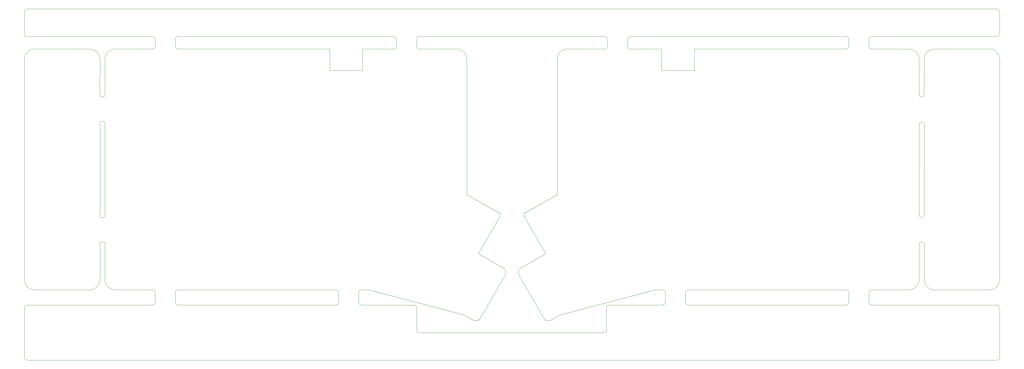
<source format=gm1>
G04 #@! TF.GenerationSoftware,KiCad,Pcbnew,(5.1.4-0-10_14)*
G04 #@! TF.CreationDate,2020-08-09T17:11:43-05:00*
G04 #@! TF.ProjectId,Dori_bottom_plate,446f7269-5f62-46f7-9474-6f6d5f706c61,rev?*
G04 #@! TF.SameCoordinates,Original*
G04 #@! TF.FileFunction,Profile,NP*
%FSLAX46Y46*%
G04 Gerber Fmt 4.6, Leading zero omitted, Abs format (unit mm)*
G04 Created by KiCad (PCBNEW (5.1.4-0-10_14)) date 2020-08-09 17:11:43*
%MOMM*%
%LPD*%
G04 APERTURE LIST*
%ADD10C,0.050000*%
G04 APERTURE END LIST*
D10*
X198040625Y-42862500D02*
X207962500Y-42862500D01*
X139700000Y-42862500D02*
X187721875Y-42860734D01*
X292496875Y-42862500D02*
X282575000Y-42862500D01*
X350837500Y-42862500D02*
X302815625Y-42862500D01*
X235143542Y-128208783D02*
G75*
G02X233108500Y-128651000I-1273043J954782D01*
G01*
X243141500Y-114300000D02*
X235143543Y-128208783D01*
X233108500Y-128651000D02*
X230187500Y-127000000D01*
X241490500Y-95758000D02*
X234794283Y-107306957D01*
X234887494Y-107721744D02*
G75*
G02X234794283Y-107306957I160788J253999D01*
G01*
X230981250Y-88900000D02*
X241109500Y-94615000D01*
X241490500Y-95758000D02*
G75*
G03X241109500Y-94615002I-761999J380999D01*
G01*
X242699283Y-112264958D02*
G75*
G02X243141500Y-114300000I-954782J-1273043D01*
G01*
X234887494Y-107721744D02*
X242699283Y-112264957D01*
X200025000Y-119060306D02*
X230187500Y-127000000D01*
X200025000Y-119060306D02*
X197643750Y-119062500D01*
X292496875Y-49609375D02*
X302815625Y-49609375D01*
X302815625Y-49609375D02*
X302815625Y-42862500D01*
X292496875Y-42862500D02*
X292496875Y-49609375D01*
X198040625Y-49609375D02*
X198040625Y-42862500D01*
X187721875Y-49609375D02*
X198040625Y-49609375D01*
X187721875Y-42860734D02*
X187721875Y-49609375D01*
X373856964Y-104648000D02*
G75*
G02X375443750Y-104648000I793393J0D01*
G01*
X375443036Y-95377000D02*
G75*
G02X373856250Y-95377000I-793393J0D01*
G01*
X373856964Y-66802000D02*
G75*
G02X375443750Y-66802000I793393J0D01*
G01*
X375443750Y-46037500D02*
G75*
G02X378618750Y-42862500I3175000J0D01*
G01*
X375443036Y-57277000D02*
G75*
G02X373856250Y-57277000I-793393J0D01*
G01*
X116679822Y-57261125D02*
G75*
G02X115093036Y-57261125I-793393J0D01*
G01*
X115094464Y-66421000D02*
G75*
G02X116681250Y-66421000I793393J0D01*
G01*
X116680536Y-95504000D02*
G75*
G02X115093750Y-95504000I-793393J0D01*
G01*
X115094107Y-104521000D02*
G75*
G02X116680893Y-104521000I793393J0D01*
G01*
X290512500Y-119060306D02*
X260350000Y-127000000D01*
X255650006Y-107721744D02*
X247838217Y-112264957D01*
X247838217Y-112264958D02*
G75*
G03X247396000Y-114300000I954782J-1273043D01*
G01*
X249047000Y-95758000D02*
G75*
G02X249428000Y-94615002I761999J380999D01*
G01*
X259556250Y-88900000D02*
X249428000Y-94615000D01*
X290512500Y-119060306D02*
X292893750Y-119062500D01*
X255650006Y-107721744D02*
G75*
G03X255743217Y-107306957I-160788J253999D01*
G01*
X249047000Y-95758000D02*
X255743217Y-107306957D01*
X257429000Y-128651000D02*
X260350000Y-127000000D01*
X247396000Y-114300000D02*
X255393957Y-128208783D01*
X255393958Y-128208783D02*
G75*
G03X257429000Y-128651000I1273043J954782D01*
G01*
X399256250Y-140493750D02*
G75*
G02X398462500Y-141287500I-793750J0D01*
G01*
X398462500Y-123825000D02*
G75*
G02X399256250Y-124618750I0J-793750D01*
G01*
X358775000Y-123825000D02*
G75*
G02X357981250Y-123031250I0J793750D01*
G01*
X357981250Y-119856250D02*
G75*
G02X358775000Y-119062500I793750J0D01*
G01*
X351631250Y-123031250D02*
G75*
G02X350837500Y-123825000I-793750J0D01*
G01*
X350837500Y-119062500D02*
G75*
G02X351631250Y-119856250I0J-793750D01*
G01*
X300831250Y-123825000D02*
G75*
G02X300037500Y-123031250I0J793750D01*
G01*
X300037500Y-119856250D02*
G75*
G02X300831250Y-119062500I793750J0D01*
G01*
X91281250Y-30956250D02*
G75*
G02X92075000Y-30162500I793750J0D01*
G01*
X91281250Y-38100000D02*
X91281250Y-30956250D01*
X398462500Y-30162500D02*
G75*
G02X399256250Y-30956250I0J-793750D01*
G01*
X399256250Y-38100000D02*
G75*
G02X398462500Y-38893750I-793750J0D01*
G01*
X351631250Y-42068750D02*
G75*
G02X350837500Y-42862500I-793750J0D01*
G01*
X350837500Y-38893750D02*
G75*
G02X351631250Y-39687500I0J-793750D01*
G01*
X282575000Y-42862500D02*
G75*
G02X281781250Y-42068750I0J793750D01*
G01*
X281781250Y-39687500D02*
G75*
G02X282575000Y-38893750I793750J0D01*
G01*
X259556250Y-46037500D02*
G75*
G02X262731250Y-42862500I3175000J0D01*
G01*
X275431250Y-42068750D02*
G75*
G02X274637500Y-42862500I-793750J0D01*
G01*
X274637500Y-38893750D02*
G75*
G02X275431250Y-39687500I0J-793750D01*
G01*
X357981250Y-39687500D02*
G75*
G02X358775000Y-38893750I793750J0D01*
G01*
X358775000Y-42862500D02*
G75*
G02X357981250Y-42068750I0J793750D01*
G01*
X370681250Y-42862500D02*
G75*
G02X373856250Y-46037500I0J-3175000D01*
G01*
X396081250Y-42862500D02*
G75*
G02X399256250Y-46037500I0J-3175000D01*
G01*
X399256250Y-115887500D02*
G75*
G02X396081250Y-119062500I-3175000J0D01*
G01*
X378618750Y-119062500D02*
G75*
G02X375443750Y-115887500I0J3175000D01*
G01*
X373856250Y-115887500D02*
G75*
G02X370681250Y-119062500I-3175000J0D01*
G01*
X293687500Y-123031250D02*
G75*
G02X292893750Y-123825000I-793750J0D01*
G01*
X292893750Y-119062500D02*
G75*
G02X293687500Y-119856250I0J-793750D01*
G01*
X275034375Y-124618750D02*
G75*
G02X275828125Y-123825000I793750J0D01*
G01*
X275034375Y-131762500D02*
G75*
G02X274240625Y-132556250I-793750J0D01*
G01*
X215900000Y-132556250D02*
G75*
G02X215106250Y-131762500I0J793750D01*
G01*
X214312500Y-123825000D02*
G75*
G02X215106250Y-124618750I0J-793750D01*
G01*
X227806250Y-42862500D02*
G75*
G02X230981250Y-46037500I0J-3175000D01*
G01*
X215106250Y-39687500D02*
G75*
G02X215900000Y-38893750I793750J0D01*
G01*
X215900000Y-42862500D02*
G75*
G02X215106250Y-42068750I0J793750D01*
G01*
X207962500Y-38893750D02*
G75*
G02X208756250Y-39687500I0J-793750D01*
G01*
X208756250Y-42068750D02*
G75*
G02X207962500Y-42862500I-793750J0D01*
G01*
X138906250Y-39687500D02*
G75*
G02X139700000Y-38893750I793750J0D01*
G01*
X139700000Y-42862500D02*
G75*
G02X138906250Y-42068750I0J793750D01*
G01*
X197643750Y-123825000D02*
G75*
G02X196850000Y-123031250I0J793750D01*
G01*
X196850000Y-119856250D02*
G75*
G02X197643750Y-119062500I793750J0D01*
G01*
X190500000Y-123031250D02*
G75*
G02X189706250Y-123825000I-793750J0D01*
G01*
X189706250Y-119062500D02*
G75*
G02X190500000Y-119856250I0J-793750D01*
G01*
X139700000Y-123825000D02*
G75*
G02X138906250Y-123031250I0J793750D01*
G01*
X138906250Y-119856250D02*
G75*
G02X139700000Y-119062500I793750J0D01*
G01*
X92075000Y-141287500D02*
G75*
G02X91281250Y-140493750I0J793750D01*
G01*
X91281250Y-124618750D02*
G75*
G02X92075000Y-123825000I793750J0D01*
G01*
X132556250Y-123031250D02*
G75*
G02X131762500Y-123825000I-793750J0D01*
G01*
X131762500Y-119062500D02*
G75*
G02X132556250Y-119856250I0J-793750D01*
G01*
X119856250Y-119062500D02*
G75*
G02X116681250Y-115887500I0J3175000D01*
G01*
X115093750Y-115887500D02*
G75*
G02X111918750Y-119062500I-3175000J0D01*
G01*
X92075000Y-38893750D02*
G75*
G02X91281250Y-38100000I0J793750D01*
G01*
X131762500Y-38893750D02*
G75*
G02X132556250Y-39687500I0J-793750D01*
G01*
X132556250Y-42068750D02*
G75*
G02X131762500Y-42862500I-793750J0D01*
G01*
X116681250Y-46037500D02*
G75*
G02X119856250Y-42862500I3175000J0D01*
G01*
X111918750Y-42862500D02*
G75*
G02X115093750Y-46037500I0J-3175000D01*
G01*
X91281250Y-46037500D02*
G75*
G02X94456250Y-42862500I3175000J0D01*
G01*
X94456250Y-119062500D02*
G75*
G02X91281250Y-115887500I0J3175000D01*
G01*
X373856250Y-115887500D02*
X373856250Y-104648000D01*
X375443036Y-57277000D02*
X375443750Y-46037500D01*
X373856250Y-46037500D02*
X373856250Y-57277000D01*
X375443750Y-115887500D02*
X375443750Y-104648000D01*
X378618750Y-119062500D02*
X396081250Y-119062500D01*
X373856250Y-66802000D02*
X373855536Y-95377000D01*
X375443750Y-66802000D02*
X375443036Y-95377000D01*
X396081250Y-42862500D02*
X378618750Y-42862500D01*
X399256250Y-115887500D02*
X399256250Y-46037500D01*
X274240625Y-132556250D02*
X215900000Y-132556250D01*
X275034375Y-124618750D02*
X275034375Y-131762500D01*
X275828125Y-123825000D02*
X292893750Y-123825000D01*
X399256250Y-124618750D02*
X399256250Y-140493750D01*
X398462500Y-123825000D02*
X358775000Y-123825000D01*
X92075000Y-141287500D02*
X398462500Y-141287500D01*
X91281250Y-124618750D02*
X91281250Y-140493750D01*
X215106250Y-124618750D02*
X215106250Y-131762500D01*
X214312500Y-123825000D02*
X197643750Y-123825000D01*
X131762500Y-123825000D02*
X92075000Y-123825000D01*
X139700000Y-123825000D02*
X189706250Y-123825000D01*
X131762500Y-119062500D02*
X119856250Y-119062500D01*
X189706250Y-119062500D02*
X139700000Y-119062500D01*
X190500000Y-119856250D02*
X190500000Y-123031250D01*
X196850000Y-119856250D02*
X196850000Y-123031250D01*
X132556250Y-119856250D02*
X132556250Y-123031250D01*
X138906250Y-119856250D02*
X138906250Y-123031250D01*
X358775000Y-119062500D02*
X370681250Y-119062500D01*
X300831250Y-119062500D02*
X350837500Y-119062500D01*
X300831250Y-123825000D02*
X350837500Y-123825000D01*
X293687500Y-119856250D02*
X293687500Y-123031250D01*
X300037500Y-119856250D02*
X300037500Y-123031250D01*
X351631250Y-119856250D02*
X351631250Y-123031250D01*
X357981250Y-119856250D02*
X357981250Y-123031250D01*
X227806250Y-42862500D02*
X215900000Y-42862500D01*
X131762500Y-42862500D02*
X119856250Y-42862500D01*
X398462500Y-38893750D02*
X358775000Y-38893750D01*
X357981250Y-39687500D02*
X357981250Y-42068750D01*
X351631250Y-39687500D02*
X351631250Y-42068750D01*
X282575000Y-38893750D02*
X350837500Y-38893750D01*
X358775000Y-42862500D02*
X370681250Y-42862500D01*
X281781250Y-39687500D02*
X281781250Y-42068750D01*
X274637500Y-42862500D02*
X262731250Y-42862500D01*
X275431250Y-39687500D02*
X275431250Y-42068750D01*
X215900000Y-38893750D02*
X274637500Y-38893750D01*
X215106250Y-39687500D02*
X215106250Y-42068750D01*
X208756250Y-39687500D02*
X208756250Y-42068750D01*
X139700000Y-38893750D02*
X207962500Y-38893750D01*
X131762500Y-38893750D02*
X92075000Y-38893750D01*
X138906250Y-39687500D02*
X138906250Y-42068750D01*
X132556250Y-39687500D02*
X132556250Y-42068750D01*
X399256250Y-30956250D02*
X399256250Y-38100000D01*
X92075000Y-30162500D02*
X398462500Y-30162500D01*
X230981250Y-46037500D02*
X230981250Y-88900000D01*
X259556250Y-46037500D02*
X259556250Y-88900000D01*
X91281250Y-115887500D02*
X91281250Y-46037500D01*
X94456250Y-42862500D02*
X111918750Y-42862500D01*
X115094464Y-66421000D02*
X115093750Y-95504000D01*
X116681250Y-66421000D02*
X116680536Y-95504000D01*
X111918750Y-119062500D02*
X94456250Y-119062500D01*
X115093750Y-115887500D02*
X115094107Y-104521000D01*
X116681250Y-46037500D02*
X116679822Y-57261125D01*
X115093036Y-57261125D02*
X115093750Y-46037500D01*
X116681250Y-115887500D02*
X116680893Y-104521000D01*
M02*

</source>
